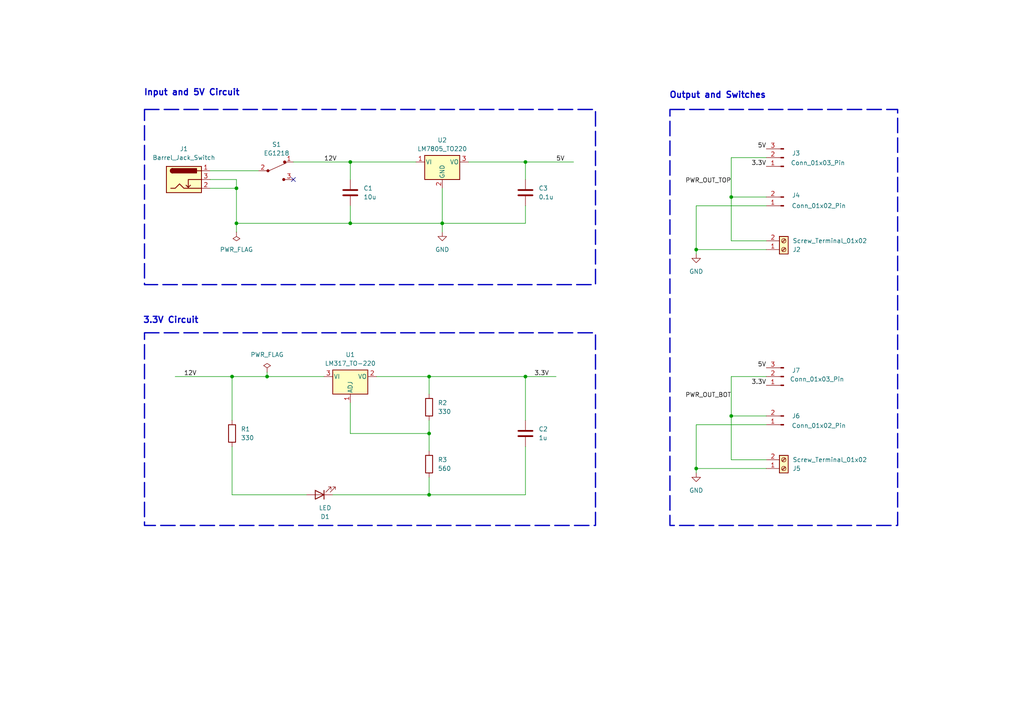
<source format=kicad_sch>
(kicad_sch (version 20231120) (generator "eeschema") (generator_version "8.0")
  (paper "A4")
  (title_block (title "Breadboard Power Supply") (date "2025-03-19") (rev "1") (company "Nelson Rodriguez - Lendzeg"))
  (lib_symbols
    (symbol "Connector:Barrel_Jack_Switch" (pin_names hide)
      (property "Reference" "J" (at 0 5.334 0))
      (property "Value" "Barrel_Jack_Switch" (at 0 -5.08 0))
      (symbol "Barrel_Jack_Switch_0_1"
        (rectangle (start -5.08 3.81) (end 5.08 -3.81) (stroke (width 0.254)) (fill (type background)))
        (arc (start -3.302 3.175) (mid -3.9343 2.54) (end -3.302 1.905) (stroke (width 0.254)))
        (arc (start -3.302 3.175) (mid -3.9343 2.54) (end -3.302 1.905) (stroke (width 0.254)) (fill (type outline)))
        (polyline (pts (xy 1.27 -2.286) (xy 1.905 -1.651)) (stroke (width 0.254)))
        (polyline (pts (xy 5.08 2.54) (xy 3.81 2.54)) (stroke (width 0.254)))
        (polyline (pts (xy 5.08 0) (xy 1.27 0) (xy 1.27 -2.286) (xy 0.635 -1.651)) (stroke (width 0.254)))
        (polyline (pts (xy -3.81 -2.54) (xy -2.54 -2.54) (xy -1.27 -1.27) (xy 0 -2.54) (xy 2.54 -2.54) (xy 5.08 -2.54)) (stroke (width 0.254)))
        (rectangle (start 3.683 3.175) (end -3.302 1.905) (stroke (width 0.254)) (fill (type outline)))
      )
      (symbol "Barrel_Jack_Switch_1_1"
        (pin passive line (at 7.62 2.54 180) (length 2.54) (name "~") (number "1"))
        (pin passive line (at 7.62 -2.54 180) (length 2.54) (name "~") (number "2"))
        (pin passive line (at 7.62 0 180) (length 2.54) (name "~") (number "3"))
      )
    )
    (symbol "Connector:Conn_01x02_Pin" (pin_names (offset 1.016) hide)
      (property "Reference" "J" (at 0 2.54 0))
      (property "Value" "Conn_01x02_Pin" (at 0 -5.08 0))
      (symbol "Conn_01x02_Pin_1_1"
        (polyline (pts (xy 1.27 -2.54) (xy 0.8636 -2.54)) (stroke (width 0.1524)))
        (polyline (pts (xy 1.27 0) (xy 0.8636 0)) (stroke (width 0.1524)))
        (rectangle (start 0.8636 -2.413) (end 0 -2.667) (stroke (width 0.1524)) (fill (type outline)))
        (rectangle (start 0.8636 0.127) (end 0 -0.127) (stroke (width 0.1524)) (fill (type outline)))
        (pin passive line (at 5.08 0 180) (length 3.81) (name "Pin_1") (number "1"))
        (pin passive line (at 5.08 -2.54 180) (length 3.81) (name "Pin_2") (number "2"))
      )
    )
    (symbol "Connector:Conn_01x03_Pin" (pin_names (offset 1.016) hide)
      (property "Reference" "J" (at 0 5.08 0))
      (property "Value" "Conn_01x03_Pin" (at 0 -5.08 0))
      (symbol "Conn_01x03_Pin_1_1"
        (polyline (pts (xy 1.27 -2.54) (xy 0.8636 -2.54)) (stroke (width 0.1524)))
        (polyline (pts (xy 1.27 0) (xy 0.8636 0)) (stroke (width 0.1524)))
        (polyline (pts (xy 1.27 2.54) (xy 0.8636 2.54)) (stroke (width 0.1524)))
        (rectangle (start 0.8636 -2.413) (end 0 -2.667) (stroke (width 0.1524)) (fill (type outline)))
        (rectangle (start 0.8636 0.127) (end 0 -0.127) (stroke (width 0.1524)) (fill (type outline)))
        (rectangle (start 0.8636 2.667) (end 0 2.413) (stroke (width 0.1524)) (fill (type outline)))
        (pin passive line (at 5.08 2.54 180) (length 3.81) (name "Pin_1") (number "1"))
        (pin passive line (at 5.08 0 180) (length 3.81) (name "Pin_2") (number "2"))
        (pin passive line (at 5.08 -2.54 180) (length 3.81) (name "Pin_3") (number "3"))
      )
    )
    (symbol "Connector:Screw_Terminal_01x02" (pin_names (offset 1.016) hide)
      (property "Reference" "J" (at 0 2.54 0))
      (property "Value" "Screw_Terminal_01x02" (at 0 -5.08 0))
      (symbol "Screw_Terminal_01x02_1_1"
        (rectangle (start -1.27 1.27) (end 1.27 -3.81) (stroke (width 0.254)) (fill (type background)))
        (circle (center 0 -2.54) (radius 0.635) (stroke (width 0.1524)))
        (polyline (pts (xy -0.5334 -2.2098) (xy 0.3302 -3.048)) (stroke (width 0.1524)))
        (polyline (pts (xy -0.5334 0.3302) (xy 0.3302 -0.508)) (stroke (width 0.1524)))
        (polyline (pts (xy -0.3556 -2.032) (xy 0.508 -2.8702)) (stroke (width 0.1524)))
        (polyline (pts (xy -0.3556 0.508) (xy 0.508 -0.3302)) (stroke (width 0.1524)))
        (circle (center 0 0) (radius 0.635) (stroke (width 0.1524)))
        (pin passive line (at -5.08 0 0) (length 3.81) (name "Pin_1") (number "1"))
        (pin passive line (at -5.08 -2.54 0) (length 3.81) (name "Pin_2") (number "2"))
      )
    )
    (symbol "Device:C" (pin_numbers hide) (pin_names (offset 0.254))
      (property "Reference" "C" (at 0.635 2.54 0))
      (property "Value" "C" (at 0.635 -2.54 0))
      (symbol "C_0_1"
        (polyline (pts (xy -2.032 -0.762) (xy 2.032 -0.762)) (stroke (width 0.508)))
        (polyline (pts (xy -2.032 0.762) (xy 2.032 0.762)) (stroke (width 0.508)))
      )
      (symbol "C_1_1"
        (pin passive line (at 0 3.81 270) (length 2.794) (name "~") (number "1"))
        (pin passive line (at 0 -3.81 90) (length 2.794) (name "~") (number "2"))
      )
    )
    (symbol "Device:LED" (pin_numbers hide) (pin_names (offset 1.016) hide)
      (property "Reference" "D" (at 0 2.54 0))
      (property "Value" "LED" (at 0 -2.54 0))
      (symbol "LED_0_1"
        (polyline (pts (xy -1.27 -1.27) (xy -1.27 1.27)) (stroke (width 0.254)))
        (polyline (pts (xy -1.27 0) (xy 1.27 0)))
        (polyline (pts (xy 1.27 -1.27) (xy 1.27 1.27) (xy -1.27 0) (xy 1.27 -1.27)) (stroke (width 0.254)))
        (polyline (pts (xy -3.048 -0.762) (xy -4.572 -2.286) (xy -3.81 -2.286) (xy -4.572 -2.286) (xy -4.572 -1.524)))
        (polyline (pts (xy -1.778 -0.762) (xy -3.302 -2.286) (xy -2.54 -2.286) (xy -3.302 -2.286) (xy -3.302 -1.524)))
      )
      (symbol "LED_1_1"
        (pin passive line (at -3.81 0 0) (length 2.54) (name "K") (number "1"))
        (pin passive line (at 3.81 0 180) (length 2.54) (name "A") (number "2"))
      )
    )
    (symbol "Device:R" (pin_numbers hide) (pin_names (offset 0))
      (property "Reference" "R" (at 2.032 0 90))
      (property "Value" "R" (at 0 0 90))
      (symbol "R_0_1"
        (rectangle (start -1.016 -2.54) (end 1.016 2.54) (stroke (width 0.254)))
      )
      (symbol "R_1_1"
        (pin passive line (at 0 3.81 270) (length 1.27) (name "~") (number "1"))
        (pin passive line (at 0 -3.81 90) (length 1.27) (name "~") (number "2"))
      )
    )
    (symbol "Regulator_Linear:LM317_TO-220" (pin_names (offset 0.254))
      (property "Reference" "U" (at -3.81 3.175 0))
      (property "Value" "LM317_TO-220" (at 0 3.175 0))
      (symbol "LM317_TO-220_0_1"
        (rectangle (start -5.08 1.905) (end 5.08 -5.08) (stroke (width 0.254)) (fill (type background)))
      )
      (symbol "LM317_TO-220_1_1"
        (pin input line (at 0 -7.62 90) (length 2.54) (name "ADJ") (number "1"))
        (pin power_out line (at 7.62 0 180) (length 2.54) (name "VO") (number "2"))
        (pin power_in line (at -7.62 0 0) (length 2.54) (name "VI") (number "3"))
      )
    )
    (symbol "Regulator_Linear:LM7805_TO220" (pin_names (offset 0.254))
      (property "Reference" "U" (at -3.81 3.175 0))
      (property "Value" "LM7805_TO220" (at 0 3.175 0))
      (symbol "LM7805_TO220_0_1"
        (rectangle (start -5.08 1.905) (end 5.08 -5.08) (stroke (width 0.254)) (fill (type background)))
      )
      (symbol "LM7805_TO220_1_1"
        (pin power_in line (at -7.62 0 0) (length 2.54) (name "VI") (number "1"))
        (pin power_in line (at 0 -7.62 90) (length 2.54) (name "GND") (number "2"))
        (pin power_out line (at 7.62 0 180) (length 2.54) (name "VO") (number "3"))
      )
    )
    (symbol "dk_Slide-Switches:EG1218" (pin_names (offset 0))
      (property "Reference" "S" (at -3.81 2.286 0))
      (property "Value" "EG1218" (at 0 -5.334 0))
      (symbol "EG1218_0_1"
        (circle (center -2.286 0) (radius 0.3556) (fill (type outline)))
        (polyline (pts (xy -2.032 0) (xy 3.048 2.286)))
        (circle (center 2.286 -2.54) (radius 0.3556) (fill (type outline)))
        (circle (center 2.54 2.54) (radius 0.3556) (fill (type outline)))
      )
      (symbol "EG1218_1_1"
        (pin passive line (at 5.08 2.54 180) (length 2.54) (name "~") (number "1"))
        (pin passive line (at -5.08 0 0) (length 2.54) (name "~") (number "2"))
        (pin passive line (at 5.08 -2.54 180) (length 2.54) (name "~") (number "3"))
      )
    )
    (symbol "power:GND" (power) (pin_numbers hide) (pin_names (offset 0) hide)
      (property "Value" "GND" (at 0 -3.81 0))
      (symbol "GND_0_1"
        (polyline (pts (xy 0 0) (xy 0 -1.27) (xy 1.27 -1.27) (xy 0 -2.54) (xy -1.27 -1.27) (xy 0 -1.27)))
      )
      (symbol "GND_1_1"
        (pin power_in line (at 0 0 270) (length 0) (name "~") (number "1"))
      )
    )
    (symbol "power:PWR_FLAG" (power) (pin_numbers hide) (pin_names (offset 0) hide)
      (property "Value" "PWR_FLAG" (at 0 3.81 0))
      (symbol "PWR_FLAG_0_0"
        (pin power_out line (at 0 0 90) (length 0) (name "~") (number "1"))
      )
      (symbol "PWR_FLAG_0_1"
        (polyline (pts (xy 0 0) (xy 0 1.27) (xy -1.016 1.905) (xy 0 2.54) (xy 1.016 1.905) (xy 0 1.27)))
      )
    )
  )
  (junction (at 128.27 64.77))
  (junction (at 152.4 109.22))
  (junction (at 124.46 109.22))
  (junction (at 201.93 72.39))
  (junction (at 77.47 109.22))
  (junction (at 212.09 120.65))
  (junction (at 67.31 109.22))
  (junction (at 201.93 135.89))
  (junction (at 212.09 57.15))
  (junction (at 152.4 46.99))
  (junction (at 101.6 64.77))
  (junction (at 68.58 54.61))
  (junction (at 68.58 64.77))
  (junction (at 124.46 143.51))
  (junction (at 124.46 125.73))
  (junction (at 101.6 46.99))
  (no_connect (at 85.09 52.07))
  (wire (pts (xy 68.58 67.31) (xy 68.58 64.77)))
  (wire (pts (xy 201.93 59.69) (xy 201.93 72.39)))
  (wire (pts (xy 85.09 46.99) (xy 101.6 46.99)))
  (wire (pts (xy 60.96 52.07) (xy 68.58 52.07)))
  (wire (pts (xy 212.09 69.85) (xy 222.25 69.85)))
  (wire (pts (xy 128.27 64.77) (xy 152.4 64.77)))
  (wire (pts (xy 201.93 123.19) (xy 201.93 135.89)))
  (wire (pts (xy 68.58 64.77) (xy 101.6 64.77)))
  (wire (pts (xy 222.25 59.69) (xy 201.93 59.69)))
  (wire (pts (xy 212.09 120.65) (xy 222.25 120.65)))
  (wire (pts (xy 222.25 109.22) (xy 212.09 109.22)))
  (wire (pts (xy 101.6 59.69) (xy 101.6 64.77)))
  (wire (pts (xy 152.4 129.54) (xy 152.4 143.51)))
  (wire (pts (xy 212.09 45.72) (xy 212.09 57.15)))
  (wire (pts (xy 135.89 46.99) (xy 152.4 46.99)))
  (wire (pts (xy 212.09 109.22) (xy 212.09 120.65)))
  (wire (pts (xy 212.09 133.35) (xy 222.25 133.35)))
  (wire (pts (xy 152.4 64.77) (xy 152.4 59.69)))
  (wire (pts (xy 222.25 123.19) (xy 201.93 123.19)))
  (wire (pts (xy 67.31 121.92) (xy 67.31 109.22)))
  (wire (pts (xy 60.96 54.61) (xy 68.58 54.61)))
  (wire (pts (xy 152.4 109.22) (xy 161.29 109.22)))
  (wire (pts (xy 68.58 52.07) (xy 68.58 54.61)))
  (wire (pts (xy 124.46 109.22) (xy 124.46 114.3)))
  (wire (pts (xy 212.09 120.65) (xy 212.09 133.35)))
  (wire (pts (xy 152.4 109.22) (xy 152.4 121.92)))
  (wire (pts (xy 101.6 64.77) (xy 128.27 64.77)))
  (wire (pts (xy 201.93 135.89) (xy 222.25 135.89)))
  (wire (pts (xy 201.93 72.39) (xy 222.25 72.39)))
  (wire (pts (xy 128.27 67.31) (xy 128.27 64.77)))
  (wire (pts (xy 152.4 46.99) (xy 166.37 46.99)))
  (wire (pts (xy 124.46 125.73) (xy 124.46 130.81)))
  (wire (pts (xy 101.6 46.99) (xy 120.65 46.99)))
  (wire (pts (xy 101.6 46.99) (xy 101.6 52.07)))
  (wire (pts (xy 152.4 46.99) (xy 152.4 52.07)))
  (wire (pts (xy 101.6 116.84) (xy 101.6 125.73)))
  (wire (pts (xy 77.47 109.22) (xy 67.31 109.22)))
  (wire (pts (xy 222.25 45.72) (xy 212.09 45.72)))
  (wire (pts (xy 50.8 109.22) (xy 67.31 109.22)))
  (wire (pts (xy 109.22 109.22) (xy 124.46 109.22)))
  (wire (pts (xy 60.96 49.53) (xy 74.93 49.53)))
  (wire (pts (xy 201.93 137.16) (xy 201.93 135.89)))
  (wire (pts (xy 128.27 54.61) (xy 128.27 64.77)))
  (wire (pts (xy 152.4 143.51) (xy 124.46 143.51)))
  (wire (pts (xy 67.31 129.54) (xy 67.31 143.51)))
  (wire (pts (xy 68.58 54.61) (xy 68.58 64.77)))
  (wire (pts (xy 77.47 109.22) (xy 93.98 109.22)))
  (wire (pts (xy 96.52 143.51) (xy 124.46 143.51)))
  (wire (pts (xy 67.31 143.51) (xy 88.9 143.51)))
  (wire (pts (xy 124.46 143.51) (xy 124.46 138.43)))
  (wire (pts (xy 77.47 107.95) (xy 77.47 109.22)))
  (wire (pts (xy 212.09 57.15) (xy 222.25 57.15)))
  (wire (pts (xy 201.93 73.66) (xy 201.93 72.39)))
  (wire (pts (xy 212.09 57.15) (xy 212.09 69.85)))
  (wire (pts (xy 124.46 121.92) (xy 124.46 125.73)))
  (wire (pts (xy 101.6 125.73) (xy 124.46 125.73)))
  (wire (pts (xy 124.46 109.22) (xy 152.4 109.22)))
  (rectangle (start 194.31 31.75) (end 260.35 152.4) (stroke (width 0.381) (type dash)))
  (rectangle (start 41.91 96.52) (end 172.72 152.4) (stroke (width 0.381) (type dash)))
  (rectangle (start 41.91 31.75) (end 172.72 82.55) (stroke (width 0.381) (type dash)))
  (text "3.3V Circuit" (at 41.402 92.964 0) (effects (font (size 1.778 1.778) (thickness 0.3556) (bold yes)) (justify left)))
  (text "Output and Switches\n" (at 194.056 27.686 0) (effects (font (size 1.778 1.778) (thickness 0.3556) (bold yes)) (justify left)))
  (text "Input and 5V Circuit" (at 41.656 26.924 0) (effects (font (size 1.778 1.778) (thickness 0.3556) (bold yes)) (justify left)))
  (label "5V" (at 161.29 46.99 0))
  (label "12V" (at 53.34 109.22 0))
  (label "5V" (at 222.25 43.18 180))
  (label "3.3V" (at 222.25 111.76 180))
  (label "12V" (at 93.98 46.99 0))
  (label "5V" (at 222.25 106.68 180))
  (label "3.3V" (at 154.94 109.22 0))
  (label "PWR_OUT_TOP" (at 212.09 53.34 180))
  (label "3.3V" (at 222.25 48.26 180))
  (label "PWR_OUT_BOT" (at 212.09 115.57 180))
  (symbol (lib_id "power:PWR_FLAG") (at 68.58 67.31 180) (unit 1)
    (property "Reference" "#FLG1" (effects (hide yes)))
    (property "Value" "PWR_FLAG" (at 68.58 72.39 0))
    (property "Description" "Special symbol for telling ERC where power comes from" (effects (hide yes)))
  )
  (symbol (lib_id "Device:R") (at 124.46 118.11 180) (unit 1)
    (property "Reference" "R2" (at 127 116.8399 0) (effects (justify right)))
    (property "Value" "330" (at 127 119.3799 0) (effects (justify right)))
    (property "Footprint" "Resistor_THT:R_Axial_DIN0204_L3.6mm_D1.6mm_P7.62mm_Horizontal" (effects (hide yes)))
    (property "Description" "Resistor" (effects (hide yes)))
  )
  (symbol (lib_id "Connector:Conn_01x02_Pin") (at 227.33 59.69 180) (unit 1)
    (property "Reference" "J4" (at 230.886 56.642 0))
    (property "Value" "Conn_01x02_Pin" (at 237.49 59.69 0))
    (property "Footprint" "Connector_PinHeader_2.54mm:PinHeader_1x02_P2.54mm_Vertical" (effects (hide yes)))
    (property "Description" "Generic connector, single row, 01x02, script generated" (effects (hide yes)))
  )
  (symbol (lib_id "power:GND") (at 128.27 67.31 0) (unit 1)
    (property "Reference" "#PWR1" (effects (hide yes)))
    (property "Value" "GND" (at 128.27 72.39 0))
    (property "Description" "Power symbol creates a global label with name \"GND\" , ground" (effects (hide yes)))
  )
  (symbol (lib_id "Device:C") (at 101.6 55.88 0) (unit 1)
    (property "Reference" "C1" (at 105.41 54.6099 0) (effects (justify left)))
    (property "Value" "10u" (at 105.41 57.1499 0) (effects (justify left)))
    (property "Footprint" "Capacitor_THT:C_Disc_D3.0mm_W1.6mm_P2.50mm" (effects (hide yes)))
    (property "Description" "Unpolarized capacitor" (effects (hide yes)))
  )
  (symbol (lib_id "Regulator_Linear:LM7805_TO220") (at 128.27 46.99 0) (unit 1)
    (property "Reference" "U2" (at 128.27 40.64 0))
    (property "Value" "LM7805_TO220" (at 128.27 43.18 0))
    (property "Footprint" "Package_TO_SOT_THT:TO-220-3_Vertical" (effects (hide yes)))
    (property "Datasheet" "https://www.onsemi.cn/PowerSolutions/document/MC7800-D.PDF" (effects (hide yes)))
    (property "Description" "Positive 1A 35V Linear Regulator, Fixed Output 5V, TO-220" (effects (hide yes)))
  )
  (symbol (lib_id "Connector:Screw_Terminal_01x02") (at 227.33 72.39 0) (mirror x) (unit 1)
    (property "Reference" "J2" (at 229.87 72.3901 0) (effects (justify left)))
    (property "Value" "Screw_Terminal_01x02" (at 229.87 69.8501 0) (effects (justify left)))
    (property "Footprint" "TerminalBlock:TerminalBlock_bornier-2_P5.08mm" (effects (hide yes)))
    (property "Description" "Generic screw terminal, single row, 01x02, script generated (kicad-library-utils/schlib/autogen/connector/)" (effects (hide yes)))
  )
  (symbol (lib_id "Device:C") (at 152.4 125.73 0) (unit 1)
    (property "Reference" "C2" (at 156.21 124.4599 0) (effects (justify left)))
    (property "Value" "1u" (at 156.21 126.9999 0) (effects (justify left)))
    (property "Footprint" "Capacitor_THT:C_Disc_D3.0mm_W1.6mm_P2.50mm" (effects (hide yes)))
    (property "Description" "Unpolarized capacitor" (effects (hide yes)))
  )
  (symbol (lib_id "Connector:Conn_01x03_Pin") (at 227.33 45.72 180) (unit 1)
    (property "Reference" "J3" (at 230.886 44.45 0))
    (property "Value" "Conn_01x03_Pin" (at 237.236 47.244 0))
    (property "Footprint" "Connector_PinHeader_2.54mm:PinHeader_1x03_P2.54mm_Vertical" (effects (hide yes)))
    (property "Description" "Generic connector, single row, 01x03, script generated" (effects (hide yes)))
  )
  (symbol (lib_id "Connector:Barrel_Jack_Switch") (at 53.34 52.07 0) (unit 1)
    (property "Reference" "J1" (at 53.34 43.18 0))
    (property "Value" "Barrel_Jack_Switch" (at 53.34 45.72 0))
    (property "Footprint" "Connector_BarrelJack:BarrelJack_Horizontal" (effects (hide yes)))
    (property "Description" "DC Barrel Jack with an internal switch" (effects (hide yes)))
  )
  (symbol (lib_id "dk_Slide-Switches:EG1218") (at 80.01 49.53 0) (unit 1)
    (property "Reference" "S1" (at 80.2132 41.91 0))
    (property "Value" "EG1218" (at 80.2132 44.45 0))
    (property "Footprint" "digikey-footprints:Switch_Slide_11.6x4mm_EG1218" (effects (hide yes)))
    (property "Datasheet" "http://spec_sheets.e-switch.com/specs/P040040.pdf" (effects (hide yes)))
    (property "Description" "SWITCH SLIDE SPDT 200MA 30V" (effects (hide yes)))
    (property "Digi-Key_PN" "EG1903-ND" (effects (hide yes)))
    (property "MPN" "EG1218" (effects (hide yes)))
    (property "Category" "Switches" (effects (hide yes)))
    (property "Family" "Slide Switches" (effects (hide yes)))
    (property "DK_Datasheet_Link" "http://spec_sheets.e-switch.com/specs/P040040.pdf" (effects (hide yes)))
    (property "DK_Detail_Page" "/product-detail/en/e-switch/EG1218/EG1903-ND/101726" (effects (hide yes)))
    (property "Description_1" "SWITCH SLIDE SPDT 200MA 30V" (effects (hide yes)))
    (property "Manufacturer" "E-Switch" (effects (hide yes)))
    (property "Status" "Active" (effects (hide yes)))
  )
  (symbol (lib_id "Connector:Conn_01x03_Pin") (at 227.33 109.22 180) (unit 1)
    (property "Reference" "J7" (at 230.886 107.442 0))
    (property "Value" "Conn_01x03_Pin" (at 236.982 109.982 0))
    (property "Footprint" "Connector_PinHeader_2.54mm:PinHeader_1x03_P2.54mm_Vertical" (effects (hide yes)))
    (property "Description" "Generic connector, single row, 01x03, script generated" (effects (hide yes)))
  )
  (symbol (lib_id "Device:R") (at 67.31 125.73 180) (unit 1)
    (property "Reference" "R1" (at 69.85 124.4599 0) (effects (justify right)))
    (property "Value" "330" (at 69.85 126.9999 0) (effects (justify right)))
    (property "Footprint" "Resistor_THT:R_Axial_DIN0204_L3.6mm_D1.6mm_P7.62mm_Horizontal" (effects (hide yes)))
    (property "Description" "Resistor" (effects (hide yes)))
  )
  (symbol (lib_id "Regulator_Linear:LM317_TO-220") (at 101.6 109.22 0) (unit 1)
    (property "Reference" "U1" (at 101.6 102.87 0))
    (property "Value" "LM317_TO-220" (at 101.6 105.41 0))
    (property "Footprint" "Package_TO_SOT_THT:TO-220-3_Vertical" (effects (hide yes)))
    (property "Datasheet" "http://www.ti.com/lit/ds/symlink/lm317.pdf" (effects (hide yes)))
    (property "Description" "1.5A 35V Adjustable Linear Regulator, TO-220" (effects (hide yes)))
  )
  (symbol (lib_id "Connector:Conn_01x02_Pin") (at 227.33 123.19 180) (unit 1)
    (property "Reference" "J6" (at 230.886 120.65 0))
    (property "Value" "Conn_01x02_Pin" (at 237.49 123.444 0))
    (property "Footprint" "Connector_PinHeader_2.54mm:PinHeader_1x02_P2.54mm_Vertical" (effects (hide yes)))
    (property "Description" "Generic connector, single row, 01x02, script generated" (effects (hide yes)))
  )
  (symbol (lib_id "Device:R") (at 124.46 134.62 180) (unit 1)
    (property "Reference" "R3" (at 127 133.3499 0) (effects (justify right)))
    (property "Value" "560" (at 127 135.8899 0) (effects (justify right)))
    (property "Footprint" "Resistor_THT:R_Axial_DIN0204_L3.6mm_D1.6mm_P7.62mm_Horizontal" (effects (hide yes)))
    (property "Description" "Resistor" (effects (hide yes)))
  )
  (symbol (lib_id "Connector:Screw_Terminal_01x02") (at 227.33 135.89 0) (mirror x) (unit 1)
    (property "Reference" "J5" (at 229.87 135.8901 0) (effects (justify left)))
    (property "Value" "Screw_Terminal_01x02" (at 229.87 133.3501 0) (effects (justify left)))
    (property "Footprint" "TerminalBlock:TerminalBlock_bornier-2_P5.08mm" (effects (hide yes)))
    (property "Description" "Generic screw terminal, single row, 01x02, script generated (kicad-library-utils/schlib/autogen/connector/)" (effects (hide yes)))
  )
  (symbol (lib_id "power:GND") (at 201.93 137.16 0) (unit 1)
    (property "Reference" "#PWR2" (effects (hide yes)))
    (property "Value" "GND" (at 201.93 142.24 0))
    (property "Description" "Power symbol creates a global label with name \"GND\" , ground" (effects (hide yes)))
  )
  (symbol (lib_id "power:GND") (at 201.93 73.66 0) (unit 1)
    (property "Reference" "#PWR3" (effects (hide yes)))
    (property "Value" "GND" (at 201.93 78.74 0))
    (property "Description" "Power symbol creates a global label with name \"GND\" , ground" (effects (hide yes)))
  )
  (symbol (lib_id "Device:LED") (at 92.71 143.51 180) (unit 1)
    (property "Reference" "D1" (at 94.2975 149.86 0))
    (property "Value" "LED" (at 94.2975 147.32 0))
    (property "Footprint" "LED_THT:LED_D5.0mm" (effects (hide yes)))
    (property "Description" "Light emitting diode" (effects (hide yes)))
  )
  (symbol (lib_id "Device:C") (at 152.4 55.88 0) (unit 1)
    (property "Reference" "C3" (at 156.21 54.6099 0) (effects (justify left)))
    (property "Value" "0.1u" (at 156.21 57.1499 0) (effects (justify left)))
    (property "Footprint" "Capacitor_THT:C_Disc_D3.0mm_W1.6mm_P2.50mm" (effects (hide yes)))
    (property "Description" "Unpolarized capacitor" (effects (hide yes)))
  )
  (symbol (lib_id "power:PWR_FLAG") (at 77.47 107.95 0) (unit 1)
    (property "Reference" "#FLG2" (effects (hide yes)))
    (property "Value" "PWR_FLAG" (at 77.47 102.87 0))
    (property "Description" "Special symbol for telling ERC where power comes from" (effects (hide yes)))
  )
)
</source>
